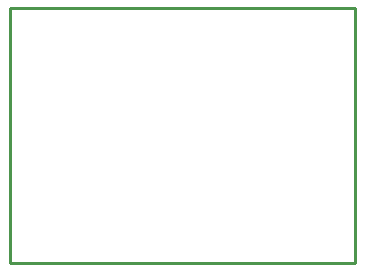
<source format=gbr>
G04 EAGLE Gerber RS-274X export*
G75*
%MOMM*%
%FSLAX34Y34*%
%LPD*%
%IN*%
%IPPOS*%
%AMOC8*
5,1,8,0,0,1.08239X$1,22.5*%
G01*
%ADD10C,0.254000*%


D10*
X0Y0D02*
X292040Y-236D01*
X292040Y215764D01*
X0Y216000D01*
X0Y0D01*
M02*

</source>
